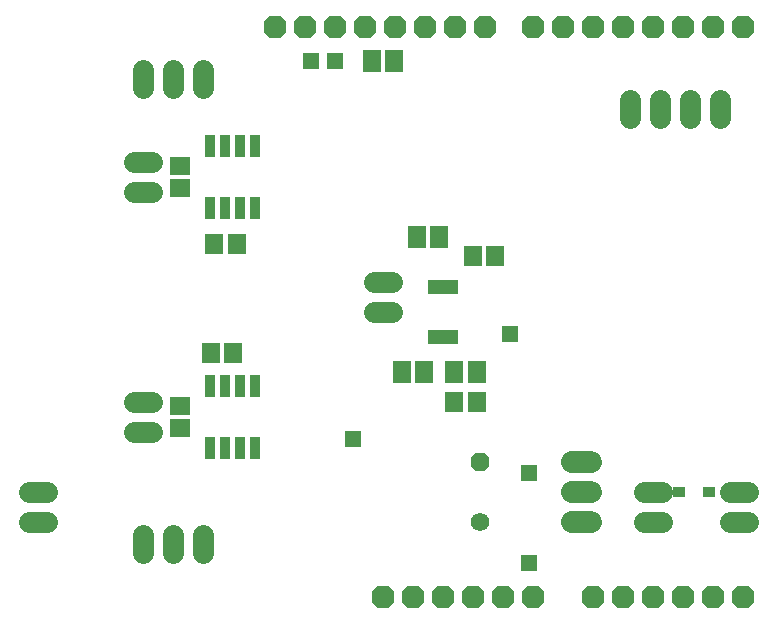
<source format=gts>
G75*
%MOIN*%
%OFA0B0*%
%FSLAX25Y25*%
%IPPOS*%
%LPD*%
%AMOC8*
5,1,8,0,0,1.08239X$1,22.5*
%
%ADD10C,0.06184*%
%ADD11OC8,0.06184*%
%ADD12R,0.03346X0.07283*%
%ADD13C,0.06984*%
%ADD14OC8,0.07584*%
%ADD15R,0.01969X0.04921*%
%ADD16R,0.06102X0.07283*%
%ADD17R,0.06102X0.06890*%
%ADD18C,0.07480*%
%ADD19R,0.06890X0.06102*%
%ADD20R,0.04134X0.03346*%
%ADD21R,0.05709X0.05709*%
%ADD22R,0.05346X0.05346*%
D10*
X0189500Y0040000D03*
D11*
X0189500Y0060000D03*
D12*
X0114500Y0064764D03*
X0109500Y0064764D03*
X0104500Y0064764D03*
X0099500Y0064764D03*
X0099500Y0085236D03*
X0104500Y0085236D03*
X0109500Y0085236D03*
X0114500Y0085236D03*
X0114500Y0144764D03*
X0109500Y0144764D03*
X0104500Y0144764D03*
X0099500Y0144764D03*
X0099500Y0165236D03*
X0104500Y0165236D03*
X0109500Y0165236D03*
X0114500Y0165236D03*
D13*
X0045000Y0040000D02*
X0039000Y0040000D01*
X0039000Y0050000D02*
X0045000Y0050000D01*
X0074000Y0070000D02*
X0080000Y0070000D01*
X0080000Y0080000D02*
X0074000Y0080000D01*
X0077000Y0035500D02*
X0077000Y0029500D01*
X0087000Y0029500D02*
X0087000Y0035500D01*
X0097000Y0035500D02*
X0097000Y0029500D01*
X0154000Y0110000D02*
X0160000Y0110000D01*
X0160000Y0120000D02*
X0154000Y0120000D01*
X0080000Y0150000D02*
X0074000Y0150000D01*
X0074000Y0160000D02*
X0080000Y0160000D01*
X0077000Y0184500D02*
X0077000Y0190500D01*
X0087000Y0190500D02*
X0087000Y0184500D01*
X0097000Y0184500D02*
X0097000Y0190500D01*
X0239500Y0180500D02*
X0239500Y0174500D01*
X0249500Y0174500D02*
X0249500Y0180500D01*
X0259500Y0180500D02*
X0259500Y0174500D01*
X0269500Y0174500D02*
X0269500Y0180500D01*
X0272750Y0050000D02*
X0278750Y0050000D01*
X0278750Y0040000D02*
X0272750Y0040000D01*
X0250000Y0040000D02*
X0244000Y0040000D01*
X0244000Y0050000D02*
X0250000Y0050000D01*
D14*
X0247000Y0015000D03*
X0237000Y0015000D03*
X0227000Y0015000D03*
X0207000Y0015000D03*
X0197000Y0015000D03*
X0187000Y0015000D03*
X0177000Y0015000D03*
X0167000Y0015000D03*
X0157000Y0015000D03*
X0257000Y0015000D03*
X0267000Y0015000D03*
X0277000Y0015000D03*
X0277000Y0205000D03*
X0267000Y0205000D03*
X0257000Y0205000D03*
X0247000Y0205000D03*
X0237000Y0205000D03*
X0227000Y0205000D03*
X0217000Y0205000D03*
X0207000Y0205000D03*
X0191000Y0205000D03*
X0181000Y0205000D03*
X0171000Y0205000D03*
X0161000Y0205000D03*
X0151000Y0205000D03*
X0141000Y0205000D03*
X0131000Y0205000D03*
X0121000Y0205000D03*
D15*
X0173063Y0118319D03*
X0175031Y0118319D03*
X0177000Y0118319D03*
X0178969Y0118319D03*
X0180937Y0118319D03*
X0180937Y0101681D03*
X0178969Y0101681D03*
X0177000Y0101681D03*
X0175031Y0101681D03*
X0173063Y0101681D03*
D16*
X0170740Y0090000D03*
X0163260Y0090000D03*
X0180760Y0090000D03*
X0188240Y0090000D03*
X0175740Y0135000D03*
X0168260Y0135000D03*
X0160740Y0193750D03*
X0153260Y0193750D03*
D17*
X0108240Y0132500D03*
X0100760Y0132500D03*
X0099510Y0096250D03*
X0106990Y0096250D03*
X0180760Y0080000D03*
X0188240Y0080000D03*
X0187010Y0128750D03*
X0194490Y0128750D03*
D18*
X0220002Y0060000D02*
X0226498Y0060000D01*
X0226498Y0050000D02*
X0220002Y0050000D01*
X0220002Y0040000D02*
X0226498Y0040000D01*
D19*
X0089500Y0071260D03*
X0089500Y0078740D03*
X0089500Y0151260D03*
X0089500Y0158740D03*
D20*
X0255829Y0050000D03*
X0265671Y0050000D03*
D21*
X0141134Y0193750D03*
X0132866Y0193750D03*
D22*
X0199500Y0102500D03*
X0147000Y0067500D03*
X0205750Y0056250D03*
X0205750Y0026250D03*
M02*

</source>
